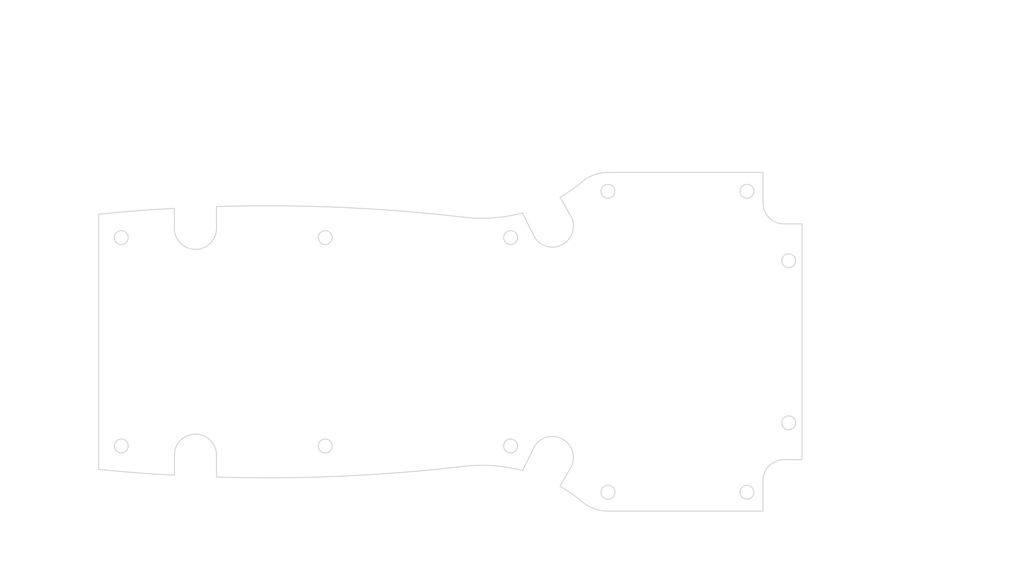
<source format=kicad_pcb>
(kicad_pcb (version 20171130) (host pcbnew "(5.1.0)-1")

  (general
    (thickness 1.6)
    (drawings 197)
    (tracks 0)
    (zones 0)
    (modules 0)
    (nets 1)
  )

  (page A4)
  (layers
    (0 F.Cu signal)
    (31 B.Cu signal)
    (32 B.Adhes user)
    (33 F.Adhes user)
    (34 B.Paste user)
    (35 F.Paste user)
    (36 B.SilkS user)
    (37 F.SilkS user)
    (38 B.Mask user)
    (39 F.Mask user)
    (40 Dwgs.User user)
    (41 Cmts.User user)
    (42 Eco1.User user)
    (43 Eco2.User user)
    (44 Edge.Cuts user)
    (45 Margin user)
    (46 B.CrtYd user)
    (47 F.CrtYd user)
    (48 B.Fab user)
    (49 F.Fab user)
  )

  (setup
    (last_trace_width 0.25)
    (trace_clearance 0.2)
    (zone_clearance 0.508)
    (zone_45_only no)
    (trace_min 0.2)
    (via_size 0.8)
    (via_drill 0.4)
    (via_min_size 0.4)
    (via_min_drill 0.3)
    (uvia_size 0.3)
    (uvia_drill 0.1)
    (uvias_allowed no)
    (uvia_min_size 0.2)
    (uvia_min_drill 0.1)
    (edge_width 0.05)
    (segment_width 0.2)
    (pcb_text_width 0.3)
    (pcb_text_size 1.5 1.5)
    (mod_edge_width 0.12)
    (mod_text_size 1 1)
    (mod_text_width 0.15)
    (pad_size 1.524 1.524)
    (pad_drill 0.762)
    (pad_to_mask_clearance 0.051)
    (solder_mask_min_width 0.25)
    (aux_axis_origin 0 0)
    (visible_elements FFFFEF7F)
    (pcbplotparams
      (layerselection 0x010fc_ffffffff)
      (usegerberextensions false)
      (usegerberattributes false)
      (usegerberadvancedattributes false)
      (creategerberjobfile false)
      (excludeedgelayer true)
      (linewidth 0.152400)
      (plotframeref false)
      (viasonmask false)
      (mode 1)
      (useauxorigin false)
      (hpglpennumber 1)
      (hpglpenspeed 20)
      (hpglpendiameter 15.000000)
      (psnegative false)
      (psa4output false)
      (plotreference true)
      (plotvalue true)
      (plotinvisibletext false)
      (padsonsilk false)
      (subtractmaskfromsilk false)
      (outputformat 1)
      (mirror false)
      (drillshape 1)
      (scaleselection 1)
      (outputdirectory ""))
  )

  (net 0 "")

  (net_class Default "This is the default net class."
    (clearance 0.2)
    (trace_width 0.25)
    (via_dia 0.8)
    (via_drill 0.4)
    (uvia_dia 0.3)
    (uvia_drill 0.1)
  )

  (gr_line (start 69.713876 78.328136) (end 69.713876 82.328136) (layer Dwgs.User) (width 0.2))
  (gr_line (start 153.713876 78.328136) (end 153.713876 82.328136) (layer Dwgs.User) (width 0.2))
  (gr_line (start 71.713876 125.328136) (end 67.713876 125.328136) (layer Dwgs.User) (width 0.2))
  (gr_line (start 155.713876 125.328136) (end 151.713876 125.328136) (layer Dwgs.User) (width 0.2))
  (gr_line (start 115.713876 80.328136) (end 111.713876 80.328136) (layer Dwgs.User) (width 0.2))
  (gr_line (start 115.713876 125.328136) (end 111.713876 125.328136) (layer Dwgs.User) (width 0.2))
  (gr_line (start 174.713876 68.328136) (end 174.713876 72.328136) (layer Dwgs.User) (width 0.2))
  (gr_line (start 204.713876 68.328136) (end 204.713876 72.328136) (layer Dwgs.User) (width 0.2))
  (gr_line (start 172.713876 135.328136) (end 176.713876 135.328136) (layer Dwgs.User) (width 0.2))
  (gr_line (start 206.713876 135.328136) (end 202.713876 135.328136) (layer Dwgs.User) (width 0.2))
  (gr_line (start 215.713876 85.328136) (end 211.713876 85.328136) (layer Dwgs.User) (width 0.2))
  (gr_line (start 215.713876 120.328136) (end 211.713876 120.328136) (layer Dwgs.User) (width 0.2))
  (gr_line (start 67.713876 80.328136) (end 155.713876 80.328136) (layer Dwgs.User) (width 0.2))
  (gr_line (start 69.713876 78.328136) (end 69.713876 127.328136) (layer Dwgs.User) (width 0.2))
  (gr_line (start 153.713876 78.328136) (end 153.713876 127.328136) (layer Dwgs.User) (width 0.2))
  (gr_line (start 67.713876 125.328136) (end 155.713876 125.328136) (layer Dwgs.User) (width 0.2))
  (gr_line (start 113.713876 78.328136) (end 113.713876 127.328136) (layer Dwgs.User) (width 0.2))
  (gr_line (start 172.713876 70.328136) (end 206.713876 70.328136) (layer Dwgs.User) (width 0.2))
  (gr_line (start 174.713876 137.328136) (end 174.713876 68.328136) (layer Dwgs.User) (width 0.2))
  (gr_line (start 204.713876 68.328136) (end 204.713876 137.328136) (layer Dwgs.User) (width 0.2))
  (gr_line (start 213.713876 83.328136) (end 213.713876 122.328136) (layer Dwgs.User) (width 0.2))
  (gr_line (start 206.713876 135.328136) (end 172.713876 135.328136) (layer Dwgs.User) (width 0.2))
  (gr_line (start 212.713876 72.578136) (end 212.713876 77.876275) (layer Dwgs.User) (width 0.2))
  (gr_line (start 212.963876 72.828136) (end 207.665737 72.828136) (layer Dwgs.User) (width 0.2))
  (gr_line (start 162.713876 77.578136) (end 162.713876 82.876275) (layer Dwgs.User) (width 0.2))
  (gr_line (start 167.762015 77.828136) (end 162.463876 77.828136) (layer Dwgs.User) (width 0.2))
  (gr_line (start 162.713876 122.779997) (end 162.713876 128.078136) (layer Dwgs.User) (width 0.2))
  (gr_line (start 167.762015 127.828136) (end 162.463876 127.828136) (layer Dwgs.User) (width 0.2))
  (gr_line (start 85.713876 122.279997) (end 85.713876 127.578136) (layer Dwgs.User) (width 0.2))
  (gr_line (start 90.762015 127.328136) (end 80.665737 127.328136) (layer Dwgs.User) (width 0.2))
  (gr_line (start 85.713876 78.078136) (end 85.713876 83.376275) (layer Dwgs.User) (width 0.2))
  (gr_line (start 90.762015 78.328136) (end 80.665737 78.328136) (layer Dwgs.User) (width 0.2))
  (gr_line (start 212.713876 127.779997) (end 212.713876 133.078136) (layer Dwgs.User) (width 0.2))
  (gr_line (start 212.963876 132.828136) (end 207.665737 132.828136) (layer Dwgs.User) (width 0.2))
  (gr_line (start 64.581698 102.828136) (end 216.846054 102.828136) (layer Dwgs.User) (width 0.2))
  (gr_text [1.77] (at 130.39065 97.711239) (layer Dwgs.User)
    (effects (font (size 1.7 1.53) (thickness 0.2125)))
  )
  (gr_text " 45.00" (at 130.39065 94.153803) (layer Dwgs.User)
    (effects (font (size 1.7 1.53) (thickness 0.2125)))
  )
  (gr_line (start 130.39065 123.328136) (end 130.39065 99.379213) (layer Dwgs.User) (width 0.2))
  (gr_line (start 130.39065 82.328136) (end 130.39065 92.264342) (layer Dwgs.User) (width 0.2))
  (gr_text [1.73] (at 91.713876 68.022958) (layer Dwgs.User)
    (effects (font (size 1.7 1.53) (thickness 0.2125)))
  )
  (gr_text " 44.00" (at 91.713876 64.465523) (layer Dwgs.User)
    (effects (font (size 1.7 1.53) (thickness 0.2125)))
  )
  (gr_line (start 71.713876 66.133497) (end 87.669265 66.133497) (layer Dwgs.User) (width 0.2))
  (gr_line (start 111.713876 66.133497) (end 95.758487 66.133497) (layer Dwgs.User) (width 0.2))
  (gr_line (start 69.713876 77.328136) (end 69.713876 62.958497) (layer Dwgs.User) (width 0.2))
  (gr_line (start 113.713876 77.328136) (end 113.713876 62.958497) (layer Dwgs.User) (width 0.2))
  (gr_text [.19] (at 54.772399 67.689625) (layer Dwgs.User)
    (effects (font (size 1.7 1.53) (thickness 0.2125)))
  )
  (gr_text " 4.88" (at 54.772399 64.132189) (layer Dwgs.User)
    (effects (font (size 1.7 1.53) (thickness 0.2125)))
  )
  (gr_line (start 62.831698 65.800164) (end 58.161246 65.800164) (layer Dwgs.User) (width 0.2))
  (gr_line (start 71.713876 65.800164) (end 73.713876 65.800164) (layer Dwgs.User) (width 0.2))
  (gr_line (start 69.713876 77.328136) (end 69.713876 62.625164) (layer Dwgs.User) (width 0.2))
  (gr_line (start 64.831698 74.274564) (end 64.831698 62.625164) (layer Dwgs.User) (width 0.2))
  (gr_text [1.57] (at 133.713876 68.022958) (layer Dwgs.User)
    (effects (font (size 1.7 1.53) (thickness 0.2125)))
  )
  (gr_text " 40.00" (at 133.713876 64.465523) (layer Dwgs.User)
    (effects (font (size 1.7 1.53) (thickness 0.2125)))
  )
  (gr_line (start 151.713876 66.133497) (end 137.758487 66.133497) (layer Dwgs.User) (width 0.2))
  (gr_line (start 115.713876 66.133497) (end 129.669265 66.133497) (layer Dwgs.User) (width 0.2))
  (gr_line (start 153.713876 77.328136) (end 153.713876 62.958497) (layer Dwgs.User) (width 0.2))
  (gr_line (start 113.713876 77.328136) (end 113.713876 62.958497) (layer Dwgs.User) (width 0.2))
  (gr_text [.83] (at 118.635622 55.929854) (layer Dwgs.User)
    (effects (font (size 1.7 1.53) (thickness 0.2125)))
  )
  (gr_text " 21.00" (at 118.635622 52.372419) (layer Dwgs.User)
    (effects (font (size 1.7 1.53) (thickness 0.2125)))
  )
  (gr_line (start 153.713876 54.040393) (end 122.680233 54.040393) (layer Dwgs.User) (width 0.2))
  (gr_line (start 172.713876 54.040393) (end 155.713876 54.040393) (layer Dwgs.User) (width 0.2))
  (gr_line (start 174.713876 67.328136) (end 174.713876 50.865393) (layer Dwgs.User) (width 0.2))
  (gr_line (start 153.713876 77.328136) (end 153.713876 50.865393) (layer Dwgs.User) (width 0.2))
  (gr_text [2.56] (at 190.084812 98.218249) (layer Dwgs.User)
    (effects (font (size 1.7 1.53) (thickness 0.2125)))
  )
  (gr_text " 65.00" (at 190.084812 94.660814) (layer Dwgs.User)
    (effects (font (size 1.7 1.53) (thickness 0.2125)))
  )
  (gr_line (start 190.084812 133.328136) (end 190.084812 99.886223) (layer Dwgs.User) (width 0.2))
  (gr_line (start 190.084812 72.328136) (end 190.084812 92.771353) (layer Dwgs.User) (width 0.2))
  (gr_text [1.18] (at 154.679937 44.796521) (layer Dwgs.User)
    (effects (font (size 1.7 1.53) (thickness 0.2125)))
  )
  (gr_text " 30.00" (at 154.679937 41.238506) (layer Dwgs.User)
    (effects (font (size 1.7 1.53) (thickness 0.2125)))
  )
  (gr_line (start 174.713876 42.90706) (end 158.724548 42.90706) (layer Dwgs.User) (width 0.2))
  (gr_line (start 202.713876 42.90706) (end 176.713876 42.90706) (layer Dwgs.User) (width 0.2))
  (gr_line (start 204.713876 67.328136) (end 204.713876 39.73206) (layer Dwgs.User) (width 0.2))
  (gr_line (start 174.713876 67.328136) (end 174.713876 39.73206) (layer Dwgs.User) (width 0.2))
  (gr_text [.35] (at 221.773175 55.929854) (layer Dwgs.User)
    (effects (font (size 1.7 1.53) (thickness 0.2125)))
  )
  (gr_text " 9.00" (at 221.773175 52.372419) (layer Dwgs.User)
    (effects (font (size 1.7 1.53) (thickness 0.2125)))
  )
  (gr_line (start 213.713876 54.040393) (end 218.388966 54.040393) (layer Dwgs.User) (width 0.2))
  (gr_line (start 206.713876 54.040393) (end 211.713876 54.040393) (layer Dwgs.User) (width 0.2))
  (gr_line (start 204.713876 67.328136) (end 204.713876 50.865393) (layer Dwgs.User) (width 0.2))
  (gr_line (start 213.713876 82.328136) (end 213.713876 50.865393) (layer Dwgs.User) (width 0.2))
  (gr_text [2.36] (at 247.072574 97.675148) (layer Dwgs.User)
    (effects (font (size 1.7 1.53) (thickness 0.2125)))
  )
  (gr_text " 60.00" (at 247.072574 94.117712) (layer Dwgs.User)
    (effects (font (size 1.7 1.53) (thickness 0.2125)))
  )
  (gr_line (start 247.072574 130.828136) (end 247.072574 99.343122) (layer Dwgs.User) (width 0.2))
  (gr_line (start 247.072574 74.828136) (end 247.072574 92.228251) (layer Dwgs.User) (width 0.2))
  (gr_line (start 213.713876 132.828136) (end 250.247574 132.828136) (layer Dwgs.User) (width 0.2))
  (gr_line (start 213.713876 72.828136) (end 250.247574 72.828136) (layer Dwgs.User) (width 0.2))
  (gr_text [1.97] (at 164.376977 98.218249) (layer Dwgs.User)
    (effects (font (size 1.7 1.53) (thickness 0.2125)))
  )
  (gr_text " 50.00" (at 164.376977 94.660814) (layer Dwgs.User)
    (effects (font (size 1.7 1.53) (thickness 0.2125)))
  )
  (gr_line (start 164.376977 125.828136) (end 164.376977 99.886223) (layer Dwgs.User) (width 0.2))
  (gr_line (start 164.376977 79.828136) (end 164.376977 92.771353) (layer Dwgs.User) (width 0.2))
  (gr_text [1.97] (at 187.713876 153.557851) (layer Dwgs.User)
    (effects (font (size 1.7 1.53) (thickness 0.2125)))
  )
  (gr_text " 50.00" (at 187.713876 150.000416) (layer Dwgs.User)
    (effects (font (size 1.7 1.53) (thickness 0.2125)))
  )
  (gr_line (start 164.713876 151.66839) (end 183.669265 151.66839) (layer Dwgs.User) (width 0.2))
  (gr_line (start 210.713876 151.66839) (end 191.758487 151.66839) (layer Dwgs.User) (width 0.2))
  (gr_line (start 162.713876 129.078136) (end 162.713876 154.84339) (layer Dwgs.User) (width 0.2))
  (gr_line (start 212.713876 134.078136) (end 212.713876 154.84339) (layer Dwgs.User) (width 0.2))
  (gr_text "[3.03 in]" (at 128.436669 153.503706) (layer Dwgs.User)
    (effects (font (size 1.7 1.53) (thickness 0.2125)))
  )
  (gr_text " 77.00 mm" (at 128.436669 149.946271) (layer Dwgs.User)
    (effects (font (size 1.7 1.53) (thickness 0.2125)))
  )
  (gr_line (start 87.713876 151.614245) (end 122.103551 151.614245) (layer Dwgs.User) (width 0.2))
  (gr_line (start 160.713876 151.614245) (end 134.769787 151.614245) (layer Dwgs.User) (width 0.2))
  (gr_line (start 85.713876 129.178336) (end 85.713876 154.789245) (layer Dwgs.User) (width 0.2))
  (gr_line (start 162.713876 129.678336) (end 162.713876 154.789245) (layer Dwgs.User) (width 0.2))
  (gr_text [.82] (at 52.62272 153.503706) (layer Dwgs.User)
    (effects (font (size 1.7 1.53) (thickness 0.2125)))
  )
  (gr_text " 20.88" (at 52.62272 149.946271) (layer Dwgs.User)
    (effects (font (size 1.7 1.53) (thickness 0.2125)))
  )
  (gr_line (start 64.831698 151.614245) (end 56.671969 151.614245) (layer Dwgs.User) (width 0.2))
  (gr_line (start 83.713876 151.614245) (end 66.831698 151.614245) (layer Dwgs.User) (width 0.2))
  (gr_line (start 85.713876 128.578136) (end 85.713876 154.789245) (layer Dwgs.User) (width 0.2))
  (gr_line (start 64.831698 131.381709) (end 64.831698 154.789245) (layer Dwgs.User) (width 0.2))
  (gr_text [1.93] (at 87.041283 98.978764) (layer Dwgs.User)
    (effects (font (size 1.7 1.53) (thickness 0.2125)))
  )
  (gr_text " 49.00" (at 87.041283 95.421329) (layer Dwgs.User)
    (effects (font (size 1.7 1.53) (thickness 0.2125)))
  )
  (gr_line (start 87.041283 125.328136) (end 87.041283 100.646738) (layer Dwgs.User) (width 0.2))
  (gr_line (start 87.041283 80.328136) (end 87.041283 93.531868) (layer Dwgs.User) (width 0.2))
  (gr_text [5.97] (at 140.713876 34.189524) (layer Dwgs.User)
    (effects (font (size 1.7 1.53) (thickness 0.2125)))
  )
  (gr_text " 151.76" (at 140.713876 30.632089) (layer Dwgs.User)
    (effects (font (size 1.7 1.53) (thickness 0.2125)))
  )
  (gr_line (start 214.596054 32.300063) (end 145.421209 32.300063) (layer Dwgs.User) (width 0.2))
  (gr_line (start 66.831698 32.300063) (end 136.006543 32.300063) (layer Dwgs.User) (width 0.2))
  (gr_line (start 216.596054 76.376275) (end 216.596054 29.125063) (layer Dwgs.User) (width 0.2))
  (gr_line (start 64.831698 74.274564) (end 64.831698 29.125063) (layer Dwgs.User) (width 0.2))
  (gr_text [2.31] (at 47.577812 108.927137) (layer Dwgs.User)
    (effects (font (size 1.7 1.53) (thickness 0.2125)))
  )
  (gr_text " 58.73" (at 47.577812 105.369122) (layer Dwgs.User)
    (effects (font (size 1.7 1.53) (thickness 0.2125)))
  )
  (gr_line (start 47.577812 130.192421) (end 47.577812 110.595691) (layer Dwgs.User) (width 0.2))
  (gr_line (start 47.577812 75.463851) (end 47.577812 103.479661) (layer Dwgs.User) (width 0.2))
  (gr_line (start 100.213876 132.192421) (end 44.402812 132.192421) (layer Dwgs.User) (width 0.2))
  (gr_line (start 100.213876 73.463851) (end 44.402812 73.463851) (layer Dwgs.User) (width 0.2))
  (gr_text [2.17] (at 57.309264 101.020334) (layer Dwgs.User)
    (effects (font (size 1.7 1.53) (thickness 0.2125)))
  )
  (gr_text " 55.11" (at 57.309264 97.462898) (layer Dwgs.User)
    (effects (font (size 1.7 1.53) (thickness 0.2125)))
  )
  (gr_line (start 57.309264 77.274564) (end 57.309264 95.573437) (layer Dwgs.User) (width 0.2))
  (gr_line (start 57.309264 128.381709) (end 57.309264 102.688308) (layer Dwgs.User) (width 0.2))
  (gr_line (start 63.831698 75.274564) (end 54.134264 75.274564) (layer Dwgs.User) (width 0.2))
  (gr_line (start 63.831698 130.381709) (end 54.134264 130.381709) (layer Dwgs.User) (width 0.2))
  (gr_text [2.88] (at 260.45332 109.839461) (layer Dwgs.User)
    (effects (font (size 1.7 1.53) (thickness 0.2125)))
  )
  (gr_text " 73.13" (at 260.45332 106.281446) (layer Dwgs.User)
    (effects (font (size 1.7 1.53) (thickness 0.2125)))
  )
  (gr_line (start 260.45332 137.392421) (end 260.45332 111.508015) (layer Dwgs.User) (width 0.2))
  (gr_line (start 260.45332 68.263851) (end 260.45332 104.391985) (layer Dwgs.User) (width 0.2))
  (gr_line (start 209.165737 139.392421) (end 263.62832 139.392421) (layer Dwgs.User) (width 0.2))
  (gr_line (start 209.165737 66.263851) (end 263.62832 66.263851) (layer Dwgs.User) (width 0.2))
  (gr_text [2.00] (at 234.908259 108.318922) (layer Dwgs.User)
    (effects (font (size 1.7 1.53) (thickness 0.2125)))
  )
  (gr_text " 50.90" (at 234.908259 104.761486) (layer Dwgs.User)
    (effects (font (size 1.7 1.53) (thickness 0.2125)))
  )
  (gr_line (start 234.908259 79.376275) (end 234.908259 102.872025) (layer Dwgs.User) (width 0.2))
  (gr_line (start 234.908259 126.279997) (end 234.908259 109.986896) (layer Dwgs.User) (width 0.2))
  (gr_line (start 217.596054 77.376275) (end 238.083259 77.376275) (layer Dwgs.User) (width 0.2))
  (gr_line (start 217.596054 128.279997) (end 238.083259 128.279997) (layer Dwgs.User) (width 0.2))
  (gr_text [1.38] (at 223.713876 98.891579) (layer Dwgs.User)
    (effects (font (size 1.7 1.53) (thickness 0.2125)))
  )
  (gr_text " 35.00" (at 223.713876 95.333564) (layer Dwgs.User)
    (effects (font (size 1.7 1.53) (thickness 0.2125)))
  )
  (gr_line (start 223.713876 118.328136) (end 223.713876 100.560133) (layer Dwgs.User) (width 0.2))
  (gr_line (start 223.713876 87.328136) (end 223.713876 93.444103) (layer Dwgs.User) (width 0.2))
  (gr_line (start 214.713876 120.328136) (end 226.888876 120.328136) (layer Dwgs.User) (width 0.2))
  (gr_line (start 214.713876 85.328136) (end 226.888876 85.328136) (layer Dwgs.User) (width 0.2))
  (gr_text [R0.18] (at 142.197327 138.933052) (layer Dwgs.User)
    (effects (font (size 1.7 1.53) (thickness 0.2125)))
  )
  (gr_text " R4.55(6X)" (at 142.197327 135.129198) (layer Dwgs.User)
    (effects (font (size 1.7 1.53) (thickness 0.2125)))
  )
  (gr_line (start 156.79443 137.043591) (end 164.091015 125.684191) (layer Dwgs.User) (width 0.2))
  (gr_line (start 148.69627 137.043591) (end 156.79443 137.043591) (layer Dwgs.User) (width 0.2))
  (gr_line (start 69.713876 125.418136) (end 69.713876 125.238136) (layer Dwgs.User) (width 0.2))
  (gr_line (start 69.623876 125.328136) (end 69.803876 125.328136) (layer Dwgs.User) (width 0.2))
  (gr_arc (start 101.213876 439.878135) (end 81.165737 74.012723) (angle -2.561958431) (layer Edge.Cuts) (width 0.2))
  (gr_line (start 64.831698 130.381709) (end 64.831698 75.274564) (layer Edge.Cuts) (width 0.2))
  (gr_line (start 216.596054 128.279997) (end 216.596054 77.376275) (layer Edge.Cuts) (width 0.2))
  (gr_line (start 212.713876 77.376275) (end 216.596054 77.376275) (layer Edge.Cuts) (width 0.2))
  (gr_arc (start 212.713876 72.828136) (end 208.165737 72.828136) (angle -90) (layer Edge.Cuts) (width 0.2))
  (gr_line (start 208.165737 66.263851) (end 208.165737 72.828136) (layer Edge.Cuts) (width 0.2))
  (gr_line (start 174.740187 66.263851) (end 208.165737 66.263851) (layer Edge.Cuts) (width 0.2))
  (gr_arc (start 174.740187 75.028136) (end 174.740187 66.263851) (angle -40.00726424) (layer Edge.Cuts) (width 0.2))
  (gr_arc (start 147.560446 42.644921) (end 164.375898 71.63449) (angle -9.89130879) (layer Edge.Cuts) (width 0.2))
  (gr_line (start 166.477496 75.274564) (end 164.375898 71.63449) (layer Edge.Cuts) (width 0.2))
  (gr_arc (start 162.713876 77.828136) (end 158.950256 80.381709) (angle -180) (layer Edge.Cuts) (width 0.2))
  (gr_line (start 156.264425 75.008409) (end 158.950256 80.381709) (layer Edge.Cuts) (width 0.2))
  (gr_arc (start 147.560446 42.644921) (end 143.676655 75.932618) (angle -21.70799724) (layer Edge.Cuts) (width 0.2))
  (gr_arc (start 101.213876 439.878135) (end 143.676655 75.932618) (angle -8.367593485) (layer Edge.Cuts) (width 0.2))
  (gr_line (start 90.262015 78.328136) (end 90.262015 73.62756) (layer Edge.Cuts) (width 0.2))
  (gr_arc (start 85.713876 78.328136) (end 81.165737 78.328136) (angle -180) (layer Edge.Cuts) (width 0.2))
  (gr_line (start 81.165737 74.012723) (end 81.165737 78.328136) (layer Edge.Cuts) (width 0.2))
  (gr_arc (start 101.213876 -234.221864) (end 64.831698 130.381709) (angle -2.561958431) (layer Edge.Cuts) (width 0.2))
  (gr_line (start 212.713876 128.279997) (end 216.596054 128.279997) (layer Edge.Cuts) (width 0.2))
  (gr_arc (start 212.713876 132.828136) (end 212.713876 128.279997) (angle -90) (layer Edge.Cuts) (width 0.2))
  (gr_line (start 208.165737 139.392421) (end 208.165737 132.828136) (layer Edge.Cuts) (width 0.2))
  (gr_line (start 174.740187 139.392421) (end 208.165737 139.392421) (layer Edge.Cuts) (width 0.2))
  (gr_arc (start 174.740187 130.628136) (end 169.105762 137.341254) (angle -40.00726424) (layer Edge.Cuts) (width 0.2))
  (gr_arc (start 147.560446 163.011351) (end 169.105762 137.341254) (angle -9.89130879) (layer Edge.Cuts) (width 0.2))
  (gr_line (start 166.477496 130.381709) (end 164.375898 134.021782) (layer Edge.Cuts) (width 0.2))
  (gr_arc (start 162.713876 127.828136) (end 166.477496 130.381709) (angle -179.9999991) (layer Edge.Cuts) (width 0.2))
  (gr_line (start 156.264425 130.647864) (end 158.950256 125.274564) (layer Edge.Cuts) (width 0.2))
  (gr_arc (start 147.560446 163.011351) (end 156.264425 130.647864) (angle -21.70799724) (layer Edge.Cuts) (width 0.2))
  (gr_arc (start 101.213876 -234.221864) (end 90.262015 132.028713) (angle -8.367593485) (layer Edge.Cuts) (width 0.2))
  (gr_line (start 90.262015 127.328136) (end 90.262015 132.028713) (layer Edge.Cuts) (width 0.2))
  (gr_arc (start 85.713876 127.328136) (end 90.262015 127.328136) (angle -180) (layer Edge.Cuts) (width 0.2))
  (gr_line (start 81.165737 131.643549) (end 81.165737 127.328136) (layer Edge.Cuts) (width 0.2))
  (gr_circle (center 213.713876 85.328136) (end 215.213876 85.328136) (layer Edge.Cuts) (width 0.2))
  (gr_circle (center 174.713876 70.328136) (end 176.213876 70.328136) (layer Edge.Cuts) (width 0.2))
  (gr_circle (center 113.713876 80.328136) (end 115.213876 80.328136) (layer Edge.Cuts) (width 0.2))
  (gr_circle (center 69.713876 80.328136) (end 71.213876 80.328136) (layer Edge.Cuts) (width 0.2))
  (gr_circle (center 153.713876 80.328136) (end 155.213876 80.328136) (layer Edge.Cuts) (width 0.2))
  (gr_circle (center 204.713876 70.328136) (end 206.213876 70.328136) (layer Edge.Cuts) (width 0.2))
  (gr_circle (center 153.713876 125.328136) (end 155.213876 125.328136) (layer Edge.Cuts) (width 0.2))
  (gr_circle (center 69.713876 125.328136) (end 71.213876 125.328136) (layer Edge.Cuts) (width 0.2))
  (gr_circle (center 213.713876 120.328136) (end 215.213876 120.328136) (layer Edge.Cuts) (width 0.2))
  (gr_circle (center 113.713876 125.328136) (end 115.213876 125.328136) (layer Edge.Cuts) (width 0.2))
  (gr_circle (center 174.713876 135.328136) (end 176.213876 135.328136) (layer Edge.Cuts) (width 0.2))
  (gr_circle (center 204.713876 135.328136) (end 206.213876 135.328136) (layer Edge.Cuts) (width 0.2))

)

</source>
